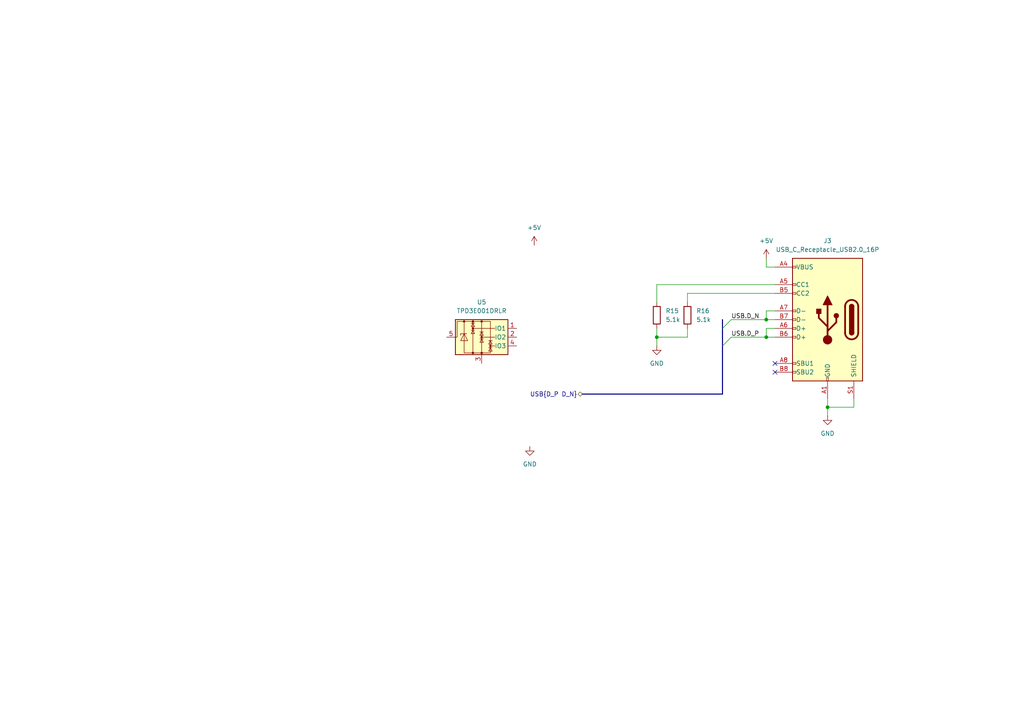
<source format=kicad_sch>
(kicad_sch (version 20250114) (generator "eeschema") (generator_version "9.0")
  (paper "A4")
  (title_block (title "Pump monitor - USB") (date "2025-09-16") (rev "V0.0.0") (company "Jotham Gates"))
  (lib_symbols
    (symbol "Connector:USB_C_Receptacle_USB2.0_16P" (pin_names (offset 1.016))
      (property "Reference" "J" (at 0 22.225 0))
      (property "Value" "USB_C_Receptacle_USB2.0_16P" (at 0 19.685 0))
      (symbol "USB_C_Receptacle_USB2.0_16P_0_0"
        (rectangle (start -0.254 -17.78) (end 0.254 -16.764))
        (rectangle (start 10.16 15.494) (end 9.144 14.986))
        (rectangle (start 10.16 10.414) (end 9.144 9.906))
        (rectangle (start 10.16 7.874) (end 9.144 7.366))
        (rectangle (start 10.16 2.794) (end 9.144 2.286))
        (rectangle (start 10.16 0.254) (end 9.144 -0.254))
        (rectangle (start 10.16 -2.286) (end 9.144 -2.794))
        (rectangle (start 10.16 -4.826) (end 9.144 -5.334))
        (rectangle (start 10.16 -12.446) (end 9.144 -12.954))
        (rectangle (start 10.16 -14.986) (end 9.144 -15.494))
      )
      (symbol "USB_C_Receptacle_USB2.0_16P_0_1"
        (rectangle (start -10.16 17.78) (end 10.16 -17.78) (stroke (width 0.254)) (fill (type background)))
        (polyline (pts (xy -8.89 -3.81) (xy -8.89 3.81)) (stroke (width 0.508)))
        (rectangle (start -7.62 -3.81) (end -6.35 3.81) (stroke (width 0.254)) (fill (type outline)))
        (arc (start -7.62 3.81) (mid -6.985 4.4423) (end -6.35 3.81) (stroke (width 0.254)))
        (arc (start -7.62 3.81) (mid -6.985 4.4423) (end -6.35 3.81) (stroke (width 0.254)) (fill (type outline)))
        (arc (start -8.89 3.81) (mid -6.985 5.7067) (end -5.08 3.81) (stroke (width 0.508)))
        (arc (start -5.08 -3.81) (mid -6.985 -5.7067) (end -8.89 -3.81) (stroke (width 0.508)))
        (arc (start -6.35 -3.81) (mid -6.985 -4.4423) (end -7.62 -3.81) (stroke (width 0.254)))
        (arc (start -6.35 -3.81) (mid -6.985 -4.4423) (end -7.62 -3.81) (stroke (width 0.254)) (fill (type outline)))
        (polyline (pts (xy -5.08 3.81) (xy -5.08 -3.81)) (stroke (width 0.508)))
        (circle (center -2.54 1.143) (radius 0.635) (stroke (width 0.254)) (fill (type outline)))
        (polyline (pts (xy -1.27 4.318) (xy 0 6.858) (xy 1.27 4.318) (xy -1.27 4.318)) (stroke (width 0.254)) (fill (type outline)))
        (polyline (pts (xy 0 -2.032) (xy 2.54 0.508) (xy 2.54 1.778)) (stroke (width 0.508)))
        (polyline (pts (xy 0 -3.302) (xy -2.54 -0.762) (xy -2.54 0.508)) (stroke (width 0.508)))
        (polyline (pts (xy 0 -5.842) (xy 0 4.318)) (stroke (width 0.508)))
        (circle (center 0 -5.842) (radius 1.27) (fill (type outline)))
        (rectangle (start 1.905 1.778) (end 3.175 3.048) (stroke (width 0.254)) (fill (type outline)))
      )
      (symbol "USB_C_Receptacle_USB2.0_16P_1_1"
        (pin passive line (at -7.62 -22.86 90) (length 5.08) (name "SHIELD") (number "S1"))
        (pin passive line (at 0 -22.86 90) (length 5.08) (name "GND") (number "A1"))
        (pin passive line (at 0 -22.86 90) (length 5.08) (hide yes) (name "GND") (number "A12"))
        (pin passive line (at 0 -22.86 90) (length 5.08) (hide yes) (name "GND") (number "B1"))
        (pin passive line (at 0 -22.86 90) (length 5.08) (hide yes) (name "GND") (number "B12"))
        (pin passive line (at 15.24 15.24 180) (length 5.08) (name "VBUS") (number "A4"))
        (pin passive line (at 15.24 15.24 180) (length 5.08) (hide yes) (name "VBUS") (number "A9"))
        (pin passive line (at 15.24 15.24 180) (length 5.08) (hide yes) (name "VBUS") (number "B4"))
        (pin passive line (at 15.24 15.24 180) (length 5.08) (hide yes) (name "VBUS") (number "B9"))
        (pin bidirectional line (at 15.24 10.16 180) (length 5.08) (name "CC1") (number "A5"))
        (pin bidirectional line (at 15.24 7.62 180) (length 5.08) (name "CC2") (number "B5"))
        (pin bidirectional line (at 15.24 2.54 180) (length 5.08) (name "D-") (number "A7"))
        (pin bidirectional line (at 15.24 0 180) (length 5.08) (name "D-") (number "B7"))
        (pin bidirectional line (at 15.24 -2.54 180) (length 5.08) (name "D+") (number "A6"))
        (pin bidirectional line (at 15.24 -5.08 180) (length 5.08) (name "D+") (number "B6"))
        (pin bidirectional line (at 15.24 -12.7 180) (length 5.08) (name "SBU1") (number "A8"))
        (pin bidirectional line (at 15.24 -15.24 180) (length 5.08) (name "SBU2") (number "B8"))
      )
    )
    (symbol "Device:R" (pin_numbers (hide yes)) (pin_names (offset 0))
      (property "Reference" "R" (at 2.032 0 90))
      (property "Value" "R" (at 0 0 90))
      (symbol "R_0_1"
        (rectangle (start -1.016 -2.54) (end 1.016 2.54) (stroke (width 0.254)))
      )
      (symbol "R_1_1"
        (pin passive line (at 0 3.81 270) (length 1.27) (name "~") (number "1"))
        (pin passive line (at 0 -3.81 90) (length 1.27) (name "~") (number "2"))
      )
    )
    (symbol "Power_Protection:TPD3E001DRLR"
      (property "Reference" "U" (at -5.08 6.35 0))
      (property "Value" "TPD3E001DRLR" (at 8.89 -7.62 0))
      (symbol "TPD3E001DRLR_0_1"
        (rectangle (start -7.62 5.08) (end 7.62 -5.08) (stroke (width 0.254)) (fill (type background)))
        (polyline (pts (xy -7.62 0) (xy -7.112 0) (xy -7.112 4.572) (xy -5.08 4.572)))
        (circle (center -5.08 4.572) (radius 0.254) (fill (type outline)))
        (polyline (pts (xy -5.08 1.016) (xy -6.096 -1.016) (xy -4.064 -1.016) (xy -5.08 1.016)))
        (polyline (pts (xy -4.318 1.016) (xy -6.096 1.016) (xy -6.096 0.508)))
        (circle (center -2.54 4.572) (radius 0.254) (fill (type outline)))
        (polyline (pts (xy -2.54 4.572) (xy -2.54 -4.572)))
        (polyline (pts (xy -2.54 4.064) (xy -3.048 3.048) (xy -2.032 3.048) (xy -2.54 4.064)))
        (circle (center -2.54 2.54) (radius 0.254) (fill (type outline)))
        (polyline (pts (xy -2.54 2.54) (xy 3.81 2.54)))
        (polyline (pts (xy -2.54 2.032) (xy -3.048 1.016) (xy -2.032 1.016) (xy -2.54 2.032)))
        (circle (center -2.54 -4.572) (radius 0.254) (fill (type outline)))
        (polyline (pts (xy -2.032 4.064) (xy -3.048 4.064)))
        (polyline (pts (xy -2.032 2.032) (xy -3.048 2.032)))
        (circle (center 0 4.572) (radius 0.254) (fill (type outline)))
        (polyline (pts (xy 0 1.524) (xy -0.508 0.508) (xy 0.508 0.508) (xy 0 1.524)))
        (polyline (pts (xy 0 0) (xy 3.81 0)))
        (circle (center 0 0) (radius 0.254) (fill (type outline)))
        (polyline (pts (xy 0 -0.508) (xy -0.508 -1.524) (xy 0.508 -1.524) (xy 0 -0.508)))
        (circle (center 0 -4.572) (radius 0.254) (fill (type outline)))
        (polyline (pts (xy 0 -5.08) (xy 0 4.572)))
        (polyline (pts (xy 0.508 1.524) (xy -0.508 1.524)))
        (polyline (pts (xy 0.508 -0.508) (xy -0.508 -0.508)))
        (polyline (pts (xy 2.54 -1.016) (xy 2.032 -2.032) (xy 3.048 -2.032) (xy 2.54 -1.016)))
        (polyline (pts (xy 2.54 -2.54) (xy 3.81 -2.54)))
        (circle (center 2.54 -2.54) (radius 0.254) (fill (type outline)))
        (polyline (pts (xy 2.54 -3.048) (xy 2.032 -4.064) (xy 3.048 -4.064) (xy 2.54 -3.048)))
        (rectangle (start 2.54 -4.572) (end -5.08 4.572))
        (polyline (pts (xy 3.048 -1.016) (xy 2.032 -1.016)))
        (polyline (pts (xy 3.048 -3.048) (xy 2.032 -3.048)))
      )
      (symbol "TPD3E001DRLR_1_1"
        (pin passive line (at -10.16 0 0) (length 2.54) (name "~") (number "5"))
        (pin passive line (at 0 -7.62 90) (length 2.54) (name "~") (number "3"))
        (pin passive line (at 10.16 2.54 180) (length 2.54) (name "IO1") (number "1"))
        (pin passive line (at 10.16 0 180) (length 2.54) (name "IO2") (number "2"))
        (pin passive line (at 10.16 -2.54 180) (length 2.54) (name "IO3") (number "4"))
      )
    )
    (symbol "power:+5V" (power) (pin_numbers (hide yes)) (pin_names (offset 0) (hide yes))
      (property "Value" "+5V" (at 0 3.556 0))
      (symbol "+5V_0_1"
        (polyline (pts (xy -0.762 1.27) (xy 0 2.54)))
        (polyline (pts (xy 0 2.54) (xy 0.762 1.27)))
        (polyline (pts (xy 0 0) (xy 0 2.54)))
      )
      (symbol "+5V_1_1"
        (pin power_in line (at 0 0 90) (length 0) (name "~") (number "1"))
      )
    )
    (symbol "power:GND" (power) (pin_numbers (hide yes)) (pin_names (offset 0) (hide yes))
      (property "Value" "GND" (at 0 -3.81 0))
      (symbol "GND_0_1"
        (polyline (pts (xy 0 0) (xy 0 -1.27) (xy 1.27 -1.27) (xy 0 -2.54) (xy -1.27 -1.27) (xy 0 -1.27)))
      )
      (symbol "GND_1_1"
        (pin power_in line (at 0 0 270) (length 0) (name "~") (number "1"))
      )
    )
  )
  (junction (at 222.25 92.71))
  (junction (at 190.5 97.79))
  (junction (at 240.03 118.11))
  (junction (at 222.25 97.79))
  (no_connect (at 224.79 105.41))
  (no_connect (at 224.79 107.95))
  (bus_entry (at 209.55 100.33) (size 2.54 -2.54))
  (bus_entry (at 209.55 95.25) (size 2.54 -2.54))
  (bus (pts (xy 209.55 95.25) (xy 209.55 100.33)))
  (bus (pts (xy 209.55 100.33) (xy 209.55 114.3)))
  (wire (pts (xy 222.25 90.17) (xy 222.25 92.71)))
  (wire (pts (xy 222.25 92.71) (xy 224.79 92.71)))
  (bus (pts (xy 168.91 114.3) (xy 209.55 114.3)))
  (wire (pts (xy 199.39 97.79) (xy 190.5 97.79)))
  (wire (pts (xy 199.39 95.25) (xy 199.39 97.79)))
  (bus (pts (xy 209.55 92.71) (xy 209.55 95.25)))
  (wire (pts (xy 212.09 92.71) (xy 222.25 92.71)))
  (wire (pts (xy 212.09 97.79) (xy 222.25 97.79)))
  (wire (pts (xy 240.03 115.57) (xy 240.03 118.11)))
  (wire (pts (xy 247.65 115.57) (xy 247.65 118.11)))
  (wire (pts (xy 224.79 82.55) (xy 190.5 82.55)))
  (wire (pts (xy 190.5 97.79) (xy 190.5 100.33)))
  (wire (pts (xy 190.5 82.55) (xy 190.5 87.63)))
  (wire (pts (xy 222.25 97.79) (xy 224.79 97.79)))
  (wire (pts (xy 222.25 77.47) (xy 222.25 74.93)))
  (wire (pts (xy 190.5 97.79) (xy 190.5 95.25)))
  (wire (pts (xy 199.39 85.09) (xy 199.39 87.63)))
  (wire (pts (xy 240.03 118.11) (xy 240.03 120.65)))
  (wire (pts (xy 224.79 95.25) (xy 222.25 95.25)))
  (wire (pts (xy 222.25 95.25) (xy 222.25 97.79)))
  (wire (pts (xy 224.79 77.47) (xy 222.25 77.47)))
  (wire (pts (xy 224.79 85.09) (xy 199.39 85.09)))
  (wire (pts (xy 224.79 90.17) (xy 222.25 90.17)))
  (wire (pts (xy 247.65 118.11) (xy 240.03 118.11)))
  (label "USB.D_P" (at 212.09 97.79 0))
  (label "USB.D_N" (at 212.09 92.71 0))
  (hierarchical_label "USB{D_P D_N}" (shape bidirectional) (at 168.91 114.3 180))
  (symbol (lib_id "power:GND") (at 153.67 129.54 0) (unit 1)
    (property "Reference" "#PWR047" (effects (hide yes)))
    (property "Value" "GND" (at 153.67 134.62 0))
    (property "Description" "Power symbol creates a global label with name \"GND\" , ground" (effects (hide yes)))
  )
  (symbol (lib_id "Power_Protection:TPD3E001DRLR") (at 139.7 97.79 0) (unit 1)
    (property "Reference" "U5" (at 139.7 87.63 0))
    (property "Value" "TPD3E001DRLR" (at 139.7 90.17 0))
    (property "Footprint" "Package_TO_SOT_SMD:SOT-553" (effects (hide yes)))
    (property "Datasheet" "http://www.ti.com/lit/ds/symlink/tpd3e001.pdf" (effects (hide yes)))
    (property "Description" "TPD3E001 Low-Capacitance 3-Channel ESD-Protection for High-Speed Data Interfaces" (effects (hide yes)))
    (property "PlaceOnSecondary" "No" (effects (hide yes)))
    (property "SchematicVersionModified" "V1.0.4" (effects (hide yes)))
  )
  (symbol (lib_id "Device:R") (at 199.39 91.44 0) (unit 1)
    (property "Reference" "R16" (at 201.93 90.1699 0) (effects (justify left)))
    (property "Value" "5.1k" (at 201.93 92.7099 0) (effects (justify left)))
    (property "Footprint" "Resistor_SMD:R_0603_1608Metric_Pad0.98x0.95mm_HandSolder" (effects (hide yes)))
    (property "Description" "Resistor" (effects (hide yes)))
    (property "PlaceOnSecondary" "No" (effects (hide yes)))
    (property "SchematicVersionModified" "V1.0.4" (effects (hide yes)))
  )
  (symbol (lib_id "power:+5V") (at 154.94 71.12 0) (unit 1)
    (property "Reference" "#PWR048" (effects (hide yes)))
    (property "Value" "+5V" (at 154.94 66.04 0))
    (property "Description" "Power symbol creates a global label with name \"+5V\"" (effects (hide yes)))
  )
  (symbol (lib_id "Device:R") (at 190.5 91.44 0) (unit 1)
    (property "Reference" "R15" (at 193.04 90.1699 0) (effects (justify left)))
    (property "Value" "5.1k" (at 193.04 92.7099 0) (effects (justify left)))
    (property "Footprint" "Resistor_SMD:R_0603_1608Metric_Pad0.98x0.95mm_HandSolder" (effects (hide yes)))
    (property "Description" "Resistor" (effects (hide yes)))
    (property "PlaceOnSecondary" "No" (effects (hide yes)))
    (property "SchematicVersionModified" "V1.0.4" (effects (hide yes)))
  )
  (symbol (lib_id "Connector:USB_C_Receptacle_USB2.0_16P") (at 240.03 92.71 0) (mirror y) (unit 1)
    (property "Reference" "J3" (at 240.03 69.85 0))
    (property "Value" "USB_C_Receptacle_USB2.0_16P" (at 240.03 72.39 0))
    (property "Footprint" "Connector_USB:USB_C_Receptacle_GCT_USB4105-xx-A_16P_TopMnt_Horizontal" (effects (hide yes)))
    (property "Datasheet" "https://www.usb.org/sites/default/files/documents/usb_type-c.zip" (effects (hide yes)))
    (property "Description" "USB 2.0-only 16P Type-C Receptacle connector" (effects (hide yes)))
  )
  (symbol (lib_id "power:+5V") (at 222.25 74.93 0) (unit 1)
    (property "Reference" "#PWR050" (effects (hide yes)))
    (property "Value" "+5V" (at 222.25 69.85 0))
    (property "Description" "Power symbol creates a global label with name \"+5V\"" (effects (hide yes)))
  )
  (symbol (lib_id "power:GND") (at 190.5 100.33 0) (unit 1)
    (property "Reference" "#PWR049" (effects (hide yes)))
    (property "Value" "GND" (at 190.5 105.41 0))
    (property "Description" "Power symbol creates a global label with name \"GND\" , ground" (effects (hide yes)))
  )
  (symbol (lib_id "power:GND") (at 240.03 120.65 0) (unit 1)
    (property "Reference" "#PWR051" (effects (hide yes)))
    (property "Value" "GND" (at 240.03 125.73 0))
    (property "Description" "Power symbol creates a global label with name \"GND\" , ground" (effects (hide yes)))
  )
)
</source>
